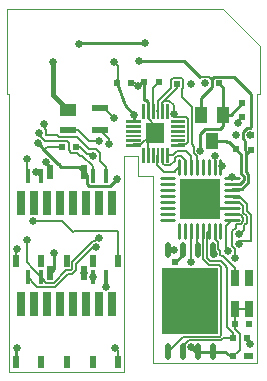
<source format=gtl>
G04 EAGLE Gerber RS-274X export*
G75*
%MOMM*%
%FSLAX34Y34*%
%LPD*%
%AMOC8*
5,1,8,0,0,1.08239X$1,22.5*%
G01*
%ADD10C,0.030000*%
%ADD11C,0.250000*%
%ADD12R,3.400000X3.400000*%
%ADD13R,0.600000X0.500000*%
%ADD14R,0.500000X0.600000*%
%ADD15C,0.500000*%
%ADD16R,4.800000X5.600000*%
%ADD17R,0.800000X1.400000*%
%ADD18C,0.050000*%
%ADD19R,1.590000X1.750000*%
%ADD20C,0.048000*%
%ADD21R,1.400000X1.000000*%
%ADD22R,1.400000X0.600000*%
%ADD23R,0.550000X1.100000*%
%ADD24R,0.450000X1.200000*%
%ADD25R,0.500000X1.200000*%
%ADD26R,0.500000X1.100000*%
%ADD27R,0.800000X2.000000*%
%ADD28R,1.000000X1.400000*%
%ADD29C,0.609600*%
%ADD30C,0.254000*%
%ADD31C,0.654800*%
%ADD32C,0.203200*%
%ADD33C,0.406400*%
%ADD34C,0.304800*%
%ADD35C,0.152400*%
%ADD36C,0.254000*%
%ADD37C,0.152400*%
%ADD38C,0.200000*%


D10*
X500Y-3000D02*
X500Y232500D01*
X-2000Y232500D01*
X-2000Y304000D01*
X181200Y304000D01*
X213000Y272700D01*
X213000Y232500D01*
X210000Y232500D01*
X210000Y4000D01*
X122000Y4000D01*
X122000Y163000D01*
X109000Y163000D01*
X109000Y180000D01*
X97500Y180000D01*
X97500Y-3000D01*
X500Y-3000D01*
D11*
X183150Y125750D02*
X194650Y125750D01*
D12*
X161650Y143250D03*
D11*
X183150Y130750D02*
X194650Y130750D01*
X194650Y135750D02*
X183150Y135750D01*
X183150Y140750D02*
X194650Y140750D01*
X194650Y145750D02*
X183150Y145750D01*
X183150Y150750D02*
X194650Y150750D01*
X194650Y155750D02*
X183150Y155750D01*
X183150Y160750D02*
X194650Y160750D01*
X179150Y164750D02*
X179150Y176250D01*
X174150Y176250D02*
X174150Y164750D01*
X169150Y164750D02*
X169150Y176250D01*
X164150Y176250D02*
X164150Y164750D01*
X159150Y164750D02*
X159150Y176250D01*
X154150Y176250D02*
X154150Y164750D01*
X149150Y164750D02*
X149150Y176250D01*
X144150Y176250D02*
X144150Y164750D01*
X140150Y160750D02*
X128650Y160750D01*
X128650Y155750D02*
X140150Y155750D01*
X140150Y150750D02*
X128650Y150750D01*
X128650Y145750D02*
X140150Y145750D01*
X140150Y140750D02*
X128650Y140750D01*
X128650Y135750D02*
X140150Y135750D01*
X140150Y130750D02*
X128650Y130750D01*
X128650Y125750D02*
X140150Y125750D01*
X144150Y121750D02*
X144150Y110250D01*
X149150Y110250D02*
X149150Y121750D01*
X154150Y121750D02*
X154150Y110250D01*
X159150Y110250D02*
X159150Y121750D01*
X164150Y121750D02*
X164150Y110250D01*
X169150Y110250D02*
X169150Y121750D01*
X174150Y121750D02*
X174150Y110250D01*
X179150Y110250D02*
X179150Y121750D01*
D13*
X154500Y240950D03*
X142500Y240950D03*
X114700Y241950D03*
X126700Y241950D03*
X103450Y241550D03*
X91450Y241550D03*
D14*
X204650Y197036D03*
X204650Y185036D03*
D15*
X172550Y104550D02*
X172550Y95550D01*
D16*
X153500Y57050D03*
D15*
X159850Y95550D02*
X159850Y104550D01*
X147150Y104550D02*
X147150Y95550D01*
X134450Y95550D02*
X134450Y104550D01*
X134450Y18550D02*
X134450Y9550D01*
X147150Y9550D02*
X147150Y18550D01*
X159850Y18550D02*
X159850Y9550D01*
X172550Y9550D02*
X172550Y18550D01*
D13*
X201550Y10000D03*
X189550Y10000D03*
D17*
X203250Y50000D03*
X203250Y76000D03*
X191250Y76000D03*
X191250Y50000D03*
D13*
X203115Y37092D03*
X191115Y37092D03*
D18*
X148550Y189850D02*
X136850Y189850D01*
X148550Y189850D02*
X148550Y188350D01*
X136850Y188350D01*
X136850Y189850D01*
X136850Y188825D02*
X148550Y188825D01*
X148550Y189300D02*
X136850Y189300D01*
X136850Y189775D02*
X148550Y189775D01*
D19*
X123800Y199100D03*
D18*
X136850Y193850D02*
X148550Y193850D01*
X148550Y192350D01*
X136850Y192350D01*
X136850Y193850D01*
X136850Y192825D02*
X148550Y192825D01*
X148550Y193300D02*
X136850Y193300D01*
X136850Y193775D02*
X148550Y193775D01*
X148550Y197850D02*
X136850Y197850D01*
X148550Y197850D02*
X148550Y196350D01*
X136850Y196350D01*
X136850Y197850D01*
X136850Y196825D02*
X148550Y196825D01*
X148550Y197300D02*
X136850Y197300D01*
X136850Y197775D02*
X148550Y197775D01*
X148550Y201850D02*
X136850Y201850D01*
X148550Y201850D02*
X148550Y200350D01*
X136850Y200350D01*
X136850Y201850D01*
X136850Y200825D02*
X148550Y200825D01*
X148550Y201300D02*
X136850Y201300D01*
X136850Y201775D02*
X148550Y201775D01*
X148550Y205850D02*
X136850Y205850D01*
X148550Y205850D02*
X148550Y204350D01*
X136850Y204350D01*
X136850Y205850D01*
X136850Y204825D02*
X148550Y204825D01*
X148550Y205300D02*
X136850Y205300D01*
X136850Y205775D02*
X148550Y205775D01*
X148550Y209850D02*
X136850Y209850D01*
X148550Y209850D02*
X148550Y208350D01*
X136850Y208350D01*
X136850Y209850D01*
X136850Y208825D02*
X148550Y208825D01*
X148550Y209300D02*
X136850Y209300D01*
X136850Y209775D02*
X148550Y209775D01*
X133050Y212150D02*
X133050Y223850D01*
X134550Y223850D01*
X134550Y212150D01*
X133050Y212150D01*
X133050Y212625D02*
X134550Y212625D01*
X134550Y213100D02*
X133050Y213100D01*
X133050Y213575D02*
X134550Y213575D01*
X134550Y214050D02*
X133050Y214050D01*
X133050Y214525D02*
X134550Y214525D01*
X134550Y215000D02*
X133050Y215000D01*
X133050Y215475D02*
X134550Y215475D01*
X134550Y215950D02*
X133050Y215950D01*
X133050Y216425D02*
X134550Y216425D01*
X134550Y216900D02*
X133050Y216900D01*
X133050Y217375D02*
X134550Y217375D01*
X134550Y217850D02*
X133050Y217850D01*
X133050Y218325D02*
X134550Y218325D01*
X134550Y218800D02*
X133050Y218800D01*
X133050Y219275D02*
X134550Y219275D01*
X134550Y219750D02*
X133050Y219750D01*
X133050Y220225D02*
X134550Y220225D01*
X134550Y220700D02*
X133050Y220700D01*
X133050Y221175D02*
X134550Y221175D01*
X134550Y221650D02*
X133050Y221650D01*
X133050Y222125D02*
X134550Y222125D01*
X134550Y222600D02*
X133050Y222600D01*
X133050Y223075D02*
X134550Y223075D01*
X134550Y223550D02*
X133050Y223550D01*
X129050Y223850D02*
X129050Y212150D01*
X129050Y223850D02*
X130550Y223850D01*
X130550Y212150D01*
X129050Y212150D01*
X129050Y212625D02*
X130550Y212625D01*
X130550Y213100D02*
X129050Y213100D01*
X129050Y213575D02*
X130550Y213575D01*
X130550Y214050D02*
X129050Y214050D01*
X129050Y214525D02*
X130550Y214525D01*
X130550Y215000D02*
X129050Y215000D01*
X129050Y215475D02*
X130550Y215475D01*
X130550Y215950D02*
X129050Y215950D01*
X129050Y216425D02*
X130550Y216425D01*
X130550Y216900D02*
X129050Y216900D01*
X129050Y217375D02*
X130550Y217375D01*
X130550Y217850D02*
X129050Y217850D01*
X129050Y218325D02*
X130550Y218325D01*
X130550Y218800D02*
X129050Y218800D01*
X129050Y219275D02*
X130550Y219275D01*
X130550Y219750D02*
X129050Y219750D01*
X129050Y220225D02*
X130550Y220225D01*
X130550Y220700D02*
X129050Y220700D01*
X129050Y221175D02*
X130550Y221175D01*
X130550Y221650D02*
X129050Y221650D01*
X129050Y222125D02*
X130550Y222125D01*
X130550Y222600D02*
X129050Y222600D01*
X129050Y223075D02*
X130550Y223075D01*
X130550Y223550D02*
X129050Y223550D01*
X125050Y223850D02*
X125050Y212150D01*
X125050Y223850D02*
X126550Y223850D01*
X126550Y212150D01*
X125050Y212150D01*
X125050Y212625D02*
X126550Y212625D01*
X126550Y213100D02*
X125050Y213100D01*
X125050Y213575D02*
X126550Y213575D01*
X126550Y214050D02*
X125050Y214050D01*
X125050Y214525D02*
X126550Y214525D01*
X126550Y215000D02*
X125050Y215000D01*
X125050Y215475D02*
X126550Y215475D01*
X126550Y215950D02*
X125050Y215950D01*
X125050Y216425D02*
X126550Y216425D01*
X126550Y216900D02*
X125050Y216900D01*
X125050Y217375D02*
X126550Y217375D01*
X126550Y217850D02*
X125050Y217850D01*
X125050Y218325D02*
X126550Y218325D01*
X126550Y218800D02*
X125050Y218800D01*
X125050Y219275D02*
X126550Y219275D01*
X126550Y219750D02*
X125050Y219750D01*
X125050Y220225D02*
X126550Y220225D01*
X126550Y220700D02*
X125050Y220700D01*
X125050Y221175D02*
X126550Y221175D01*
X126550Y221650D02*
X125050Y221650D01*
X125050Y222125D02*
X126550Y222125D01*
X126550Y222600D02*
X125050Y222600D01*
X125050Y223075D02*
X126550Y223075D01*
X126550Y223550D02*
X125050Y223550D01*
X121050Y223850D02*
X121050Y212150D01*
X121050Y223850D02*
X122550Y223850D01*
X122550Y212150D01*
X121050Y212150D01*
X121050Y212625D02*
X122550Y212625D01*
X122550Y213100D02*
X121050Y213100D01*
X121050Y213575D02*
X122550Y213575D01*
X122550Y214050D02*
X121050Y214050D01*
X121050Y214525D02*
X122550Y214525D01*
X122550Y215000D02*
X121050Y215000D01*
X121050Y215475D02*
X122550Y215475D01*
X122550Y215950D02*
X121050Y215950D01*
X121050Y216425D02*
X122550Y216425D01*
X122550Y216900D02*
X121050Y216900D01*
X121050Y217375D02*
X122550Y217375D01*
X122550Y217850D02*
X121050Y217850D01*
X121050Y218325D02*
X122550Y218325D01*
X122550Y218800D02*
X121050Y218800D01*
X121050Y219275D02*
X122550Y219275D01*
X122550Y219750D02*
X121050Y219750D01*
X121050Y220225D02*
X122550Y220225D01*
X122550Y220700D02*
X121050Y220700D01*
X121050Y221175D02*
X122550Y221175D01*
X122550Y221650D02*
X121050Y221650D01*
X121050Y222125D02*
X122550Y222125D01*
X122550Y222600D02*
X121050Y222600D01*
X121050Y223075D02*
X122550Y223075D01*
X122550Y223550D02*
X121050Y223550D01*
X117050Y223850D02*
X117050Y212150D01*
X117050Y223850D02*
X118550Y223850D01*
X118550Y212150D01*
X117050Y212150D01*
X117050Y212625D02*
X118550Y212625D01*
X118550Y213100D02*
X117050Y213100D01*
X117050Y213575D02*
X118550Y213575D01*
X118550Y214050D02*
X117050Y214050D01*
X117050Y214525D02*
X118550Y214525D01*
X118550Y215000D02*
X117050Y215000D01*
X117050Y215475D02*
X118550Y215475D01*
X118550Y215950D02*
X117050Y215950D01*
X117050Y216425D02*
X118550Y216425D01*
X118550Y216900D02*
X117050Y216900D01*
X117050Y217375D02*
X118550Y217375D01*
X118550Y217850D02*
X117050Y217850D01*
X117050Y218325D02*
X118550Y218325D01*
X118550Y218800D02*
X117050Y218800D01*
X117050Y219275D02*
X118550Y219275D01*
X118550Y219750D02*
X117050Y219750D01*
X117050Y220225D02*
X118550Y220225D01*
X118550Y220700D02*
X117050Y220700D01*
X117050Y221175D02*
X118550Y221175D01*
X118550Y221650D02*
X117050Y221650D01*
X117050Y222125D02*
X118550Y222125D01*
X118550Y222600D02*
X117050Y222600D01*
X117050Y223075D02*
X118550Y223075D01*
X118550Y223550D02*
X117050Y223550D01*
X113050Y223850D02*
X113050Y212150D01*
X113050Y223850D02*
X114550Y223850D01*
X114550Y212150D01*
X113050Y212150D01*
X113050Y212625D02*
X114550Y212625D01*
X114550Y213100D02*
X113050Y213100D01*
X113050Y213575D02*
X114550Y213575D01*
X114550Y214050D02*
X113050Y214050D01*
X113050Y214525D02*
X114550Y214525D01*
X114550Y215000D02*
X113050Y215000D01*
X113050Y215475D02*
X114550Y215475D01*
X114550Y215950D02*
X113050Y215950D01*
X113050Y216425D02*
X114550Y216425D01*
X114550Y216900D02*
X113050Y216900D01*
X113050Y217375D02*
X114550Y217375D01*
X114550Y217850D02*
X113050Y217850D01*
X113050Y218325D02*
X114550Y218325D01*
X114550Y218800D02*
X113050Y218800D01*
X113050Y219275D02*
X114550Y219275D01*
X114550Y219750D02*
X113050Y219750D01*
X113050Y220225D02*
X114550Y220225D01*
X114550Y220700D02*
X113050Y220700D01*
X113050Y221175D02*
X114550Y221175D01*
X114550Y221650D02*
X113050Y221650D01*
X113050Y222125D02*
X114550Y222125D01*
X114550Y222600D02*
X113050Y222600D01*
X113050Y223075D02*
X114550Y223075D01*
X114550Y223550D02*
X113050Y223550D01*
X110750Y208350D02*
X99050Y208350D01*
X99050Y209850D01*
X110750Y209850D01*
X110750Y208350D01*
X110750Y208825D02*
X99050Y208825D01*
X99050Y209300D02*
X110750Y209300D01*
X110750Y209775D02*
X99050Y209775D01*
X99050Y204350D02*
X110750Y204350D01*
X99050Y204350D02*
X99050Y205850D01*
X110750Y205850D01*
X110750Y204350D01*
X110750Y204825D02*
X99050Y204825D01*
X99050Y205300D02*
X110750Y205300D01*
X110750Y205775D02*
X99050Y205775D01*
X99050Y200350D02*
X110750Y200350D01*
X99050Y200350D02*
X99050Y201850D01*
X110750Y201850D01*
X110750Y200350D01*
X110750Y200825D02*
X99050Y200825D01*
X99050Y201300D02*
X110750Y201300D01*
X110750Y201775D02*
X99050Y201775D01*
X99050Y196350D02*
X110750Y196350D01*
X99050Y196350D02*
X99050Y197850D01*
X110750Y197850D01*
X110750Y196350D01*
X110750Y196825D02*
X99050Y196825D01*
X99050Y197300D02*
X110750Y197300D01*
X110750Y197775D02*
X99050Y197775D01*
X99050Y192350D02*
X110750Y192350D01*
X99050Y192350D02*
X99050Y193850D01*
X110750Y193850D01*
X110750Y192350D01*
X110750Y192825D02*
X99050Y192825D01*
X99050Y193300D02*
X110750Y193300D01*
X110750Y193775D02*
X99050Y193775D01*
X99050Y188350D02*
X110750Y188350D01*
X99050Y188350D02*
X99050Y189850D01*
X110750Y189850D01*
X110750Y188350D01*
X110750Y188825D02*
X99050Y188825D01*
X99050Y189300D02*
X110750Y189300D01*
X110750Y189775D02*
X99050Y189775D01*
X114550Y186050D02*
X114550Y174350D01*
X113050Y174350D01*
X113050Y186050D01*
X114550Y186050D01*
X114550Y174825D02*
X113050Y174825D01*
X113050Y175300D02*
X114550Y175300D01*
X114550Y175775D02*
X113050Y175775D01*
X113050Y176250D02*
X114550Y176250D01*
X114550Y176725D02*
X113050Y176725D01*
X113050Y177200D02*
X114550Y177200D01*
X114550Y177675D02*
X113050Y177675D01*
X113050Y178150D02*
X114550Y178150D01*
X114550Y178625D02*
X113050Y178625D01*
X113050Y179100D02*
X114550Y179100D01*
X114550Y179575D02*
X113050Y179575D01*
X113050Y180050D02*
X114550Y180050D01*
X114550Y180525D02*
X113050Y180525D01*
X113050Y181000D02*
X114550Y181000D01*
X114550Y181475D02*
X113050Y181475D01*
X113050Y181950D02*
X114550Y181950D01*
X114550Y182425D02*
X113050Y182425D01*
X113050Y182900D02*
X114550Y182900D01*
X114550Y183375D02*
X113050Y183375D01*
X113050Y183850D02*
X114550Y183850D01*
X114550Y184325D02*
X113050Y184325D01*
X113050Y184800D02*
X114550Y184800D01*
X114550Y185275D02*
X113050Y185275D01*
X113050Y185750D02*
X114550Y185750D01*
X118550Y186050D02*
X118550Y174350D01*
X117050Y174350D01*
X117050Y186050D01*
X118550Y186050D01*
X118550Y174825D02*
X117050Y174825D01*
X117050Y175300D02*
X118550Y175300D01*
X118550Y175775D02*
X117050Y175775D01*
X117050Y176250D02*
X118550Y176250D01*
X118550Y176725D02*
X117050Y176725D01*
X117050Y177200D02*
X118550Y177200D01*
X118550Y177675D02*
X117050Y177675D01*
X117050Y178150D02*
X118550Y178150D01*
X118550Y178625D02*
X117050Y178625D01*
X117050Y179100D02*
X118550Y179100D01*
X118550Y179575D02*
X117050Y179575D01*
X117050Y180050D02*
X118550Y180050D01*
X118550Y180525D02*
X117050Y180525D01*
X117050Y181000D02*
X118550Y181000D01*
X118550Y181475D02*
X117050Y181475D01*
X117050Y181950D02*
X118550Y181950D01*
X118550Y182425D02*
X117050Y182425D01*
X117050Y182900D02*
X118550Y182900D01*
X118550Y183375D02*
X117050Y183375D01*
X117050Y183850D02*
X118550Y183850D01*
X118550Y184325D02*
X117050Y184325D01*
X117050Y184800D02*
X118550Y184800D01*
X118550Y185275D02*
X117050Y185275D01*
X117050Y185750D02*
X118550Y185750D01*
X122550Y186050D02*
X122550Y174350D01*
X121050Y174350D01*
X121050Y186050D01*
X122550Y186050D01*
X122550Y174825D02*
X121050Y174825D01*
X121050Y175300D02*
X122550Y175300D01*
X122550Y175775D02*
X121050Y175775D01*
X121050Y176250D02*
X122550Y176250D01*
X122550Y176725D02*
X121050Y176725D01*
X121050Y177200D02*
X122550Y177200D01*
X122550Y177675D02*
X121050Y177675D01*
X121050Y178150D02*
X122550Y178150D01*
X122550Y178625D02*
X121050Y178625D01*
X121050Y179100D02*
X122550Y179100D01*
X122550Y179575D02*
X121050Y179575D01*
X121050Y180050D02*
X122550Y180050D01*
X122550Y180525D02*
X121050Y180525D01*
X121050Y181000D02*
X122550Y181000D01*
X122550Y181475D02*
X121050Y181475D01*
X121050Y181950D02*
X122550Y181950D01*
X122550Y182425D02*
X121050Y182425D01*
X121050Y182900D02*
X122550Y182900D01*
X122550Y183375D02*
X121050Y183375D01*
X121050Y183850D02*
X122550Y183850D01*
X122550Y184325D02*
X121050Y184325D01*
X121050Y184800D02*
X122550Y184800D01*
X122550Y185275D02*
X121050Y185275D01*
X121050Y185750D02*
X122550Y185750D01*
X126550Y186050D02*
X126550Y174350D01*
X125050Y174350D01*
X125050Y186050D01*
X126550Y186050D01*
X126550Y174825D02*
X125050Y174825D01*
X125050Y175300D02*
X126550Y175300D01*
X126550Y175775D02*
X125050Y175775D01*
X125050Y176250D02*
X126550Y176250D01*
X126550Y176725D02*
X125050Y176725D01*
X125050Y177200D02*
X126550Y177200D01*
X126550Y177675D02*
X125050Y177675D01*
X125050Y178150D02*
X126550Y178150D01*
X126550Y178625D02*
X125050Y178625D01*
X125050Y179100D02*
X126550Y179100D01*
X126550Y179575D02*
X125050Y179575D01*
X125050Y180050D02*
X126550Y180050D01*
X126550Y180525D02*
X125050Y180525D01*
X125050Y181000D02*
X126550Y181000D01*
X126550Y181475D02*
X125050Y181475D01*
X125050Y181950D02*
X126550Y181950D01*
X126550Y182425D02*
X125050Y182425D01*
X125050Y182900D02*
X126550Y182900D01*
X126550Y183375D02*
X125050Y183375D01*
X125050Y183850D02*
X126550Y183850D01*
X126550Y184325D02*
X125050Y184325D01*
X125050Y184800D02*
X126550Y184800D01*
X126550Y185275D02*
X125050Y185275D01*
X125050Y185750D02*
X126550Y185750D01*
X130550Y186050D02*
X130550Y174350D01*
X129050Y174350D01*
X129050Y186050D01*
X130550Y186050D01*
X130550Y174825D02*
X129050Y174825D01*
X129050Y175300D02*
X130550Y175300D01*
X130550Y175775D02*
X129050Y175775D01*
X129050Y176250D02*
X130550Y176250D01*
X130550Y176725D02*
X129050Y176725D01*
X129050Y177200D02*
X130550Y177200D01*
X130550Y177675D02*
X129050Y177675D01*
X129050Y178150D02*
X130550Y178150D01*
X130550Y178625D02*
X129050Y178625D01*
X129050Y179100D02*
X130550Y179100D01*
X130550Y179575D02*
X129050Y179575D01*
X129050Y180050D02*
X130550Y180050D01*
X130550Y180525D02*
X129050Y180525D01*
X129050Y181000D02*
X130550Y181000D01*
X130550Y181475D02*
X129050Y181475D01*
X129050Y181950D02*
X130550Y181950D01*
X130550Y182425D02*
X129050Y182425D01*
X129050Y182900D02*
X130550Y182900D01*
X130550Y183375D02*
X129050Y183375D01*
X129050Y183850D02*
X130550Y183850D01*
X130550Y184325D02*
X129050Y184325D01*
X129050Y184800D02*
X130550Y184800D01*
X130550Y185275D02*
X129050Y185275D01*
X129050Y185750D02*
X130550Y185750D01*
D20*
X134560Y186060D02*
X134560Y174340D01*
X133040Y174340D01*
X133040Y186060D01*
X134560Y186060D01*
X134560Y174796D02*
X133040Y174796D01*
X133040Y175252D02*
X134560Y175252D01*
X134560Y175708D02*
X133040Y175708D01*
X133040Y176164D02*
X134560Y176164D01*
X134560Y176620D02*
X133040Y176620D01*
X133040Y177076D02*
X134560Y177076D01*
X134560Y177532D02*
X133040Y177532D01*
X133040Y177988D02*
X134560Y177988D01*
X134560Y178444D02*
X133040Y178444D01*
X133040Y178900D02*
X134560Y178900D01*
X134560Y179356D02*
X133040Y179356D01*
X133040Y179812D02*
X134560Y179812D01*
X134560Y180268D02*
X133040Y180268D01*
X133040Y180724D02*
X134560Y180724D01*
X134560Y181180D02*
X133040Y181180D01*
X133040Y181636D02*
X134560Y181636D01*
X134560Y182092D02*
X133040Y182092D01*
X133040Y182548D02*
X134560Y182548D01*
X134560Y183004D02*
X133040Y183004D01*
X133040Y183460D02*
X134560Y183460D01*
X134560Y183916D02*
X133040Y183916D01*
X133040Y184372D02*
X134560Y184372D01*
X134560Y184828D02*
X133040Y184828D01*
X133040Y185284D02*
X134560Y185284D01*
X134560Y185740D02*
X133040Y185740D01*
D13*
X201700Y25450D03*
X189700Y25450D03*
D21*
X50250Y218450D03*
D22*
X50250Y201450D03*
X77250Y201450D03*
X77250Y220450D03*
D13*
X56950Y187350D03*
X44950Y187350D03*
D23*
X92000Y90700D03*
D24*
X82000Y162700D03*
X71000Y162700D03*
D25*
X63500Y166300D03*
X34500Y166300D03*
D24*
X27000Y162700D03*
X16000Y162700D03*
D23*
X6000Y90700D03*
D26*
X27200Y90700D03*
X49000Y90700D03*
X70800Y90700D03*
D27*
X43500Y140000D03*
X32500Y140000D03*
X21500Y140000D03*
X10500Y140000D03*
X54500Y140000D03*
X65500Y140000D03*
X76500Y140000D03*
X87500Y140000D03*
D13*
X165650Y241050D03*
X177650Y241050D03*
D28*
X172100Y192650D03*
X162600Y214650D03*
X181600Y214650D03*
D14*
X197450Y212400D03*
X197450Y224400D03*
X192350Y197200D03*
X192350Y185200D03*
D23*
X92000Y5200D03*
D24*
X82000Y77200D03*
X71000Y77200D03*
D25*
X63500Y80800D03*
X34500Y80800D03*
D24*
X27000Y77200D03*
X16000Y77200D03*
D23*
X6000Y5200D03*
D26*
X27200Y5200D03*
X49000Y5200D03*
X70800Y5200D03*
D27*
X43500Y54500D03*
X32500Y54500D03*
X21500Y54500D03*
X10500Y54500D03*
X54500Y54500D03*
X65500Y54500D03*
X76500Y54500D03*
X87500Y54500D03*
D29*
X204100Y10350D03*
X160950Y57100D03*
X203115Y37092D03*
X203800Y75800D03*
D30*
X114700Y226894D02*
X114700Y241950D01*
X117594Y218206D02*
X117800Y218000D01*
X117594Y218206D02*
X117594Y225111D01*
X115811Y226894D01*
X114700Y226894D01*
X175600Y135750D02*
X188900Y135750D01*
D31*
X6464Y17150D03*
D30*
X6000Y16686D01*
X6000Y5200D01*
X27000Y162700D02*
X23450Y166250D01*
X23048Y166250D01*
D31*
X23048Y166250D03*
X114950Y274950D03*
D30*
X60100Y274950D01*
X59750Y274600D01*
D31*
X59750Y274600D03*
D30*
X201550Y10000D02*
X203556Y9935D01*
X201700Y22936D02*
X201700Y25450D01*
X201700Y22936D02*
X203986Y20650D01*
D31*
X203986Y20650D03*
D30*
X139702Y100050D02*
X134450Y100050D01*
X139702Y100050D02*
X139852Y99900D01*
D31*
X139852Y99900D03*
D30*
X153550Y57100D02*
X153500Y57050D01*
X153550Y57100D02*
X160950Y57100D01*
X175600Y135750D02*
X168100Y143250D01*
D31*
X175600Y135750D03*
D32*
X117800Y180200D02*
X117800Y193100D01*
X122350Y197650D01*
X123800Y199100D01*
X105360Y189560D02*
X104900Y189100D01*
X105360Y189560D02*
X111906Y189560D01*
X119996Y197650D02*
X122350Y197650D01*
X119996Y197650D02*
X111906Y189560D01*
X109736Y239186D02*
X112500Y241950D01*
X109736Y239186D02*
X108900Y239186D01*
D31*
X108900Y239186D03*
D32*
X106536Y241550D02*
X103450Y241550D01*
X106536Y241550D02*
X108900Y239186D01*
X112500Y241950D02*
X114700Y241950D01*
X117800Y218000D02*
X118244Y217556D01*
X123800Y205454D02*
X123800Y199100D01*
X118244Y211010D02*
X118244Y217556D01*
X118244Y211010D02*
X123800Y205454D01*
D31*
X154500Y240950D03*
X204036Y197036D03*
X165650Y241050D03*
X37500Y259300D03*
D33*
X37500Y231200D01*
D30*
X204036Y197036D02*
X204650Y197036D01*
D34*
X168100Y143250D02*
X161650Y143250D01*
D30*
X203250Y76000D02*
X203600Y76000D01*
X203800Y75800D01*
X203750Y10000D02*
X201550Y10000D01*
X203750Y10000D02*
X204100Y10350D01*
D33*
X50250Y218450D02*
X37500Y231200D01*
D31*
X50250Y218450D03*
D32*
X191900Y197200D02*
X192350Y197200D01*
D31*
X191900Y197200D03*
D35*
X179548Y170500D02*
X179150Y170500D01*
X179548Y170500D02*
X180198Y171150D01*
D31*
X180198Y171150D03*
X89800Y17050D03*
D35*
X92000Y14850D01*
X92000Y5200D01*
D31*
X71050Y179800D03*
D35*
X59980Y187350D02*
X56950Y187350D01*
X59980Y187350D02*
X66146Y181184D01*
X69666Y181184D02*
X71050Y179800D01*
X69666Y181184D02*
X66146Y181184D01*
D30*
X159850Y14050D02*
X164950Y14050D01*
X172550Y14050D01*
X182900Y14050D02*
X188900Y9350D01*
X182900Y14050D02*
X172550Y14050D01*
D29*
X140700Y89650D03*
D32*
X147150Y100050D02*
X147698Y100598D01*
D30*
X106250Y210450D02*
X106250Y214600D01*
X98157Y222693D02*
X91450Y241550D01*
X106250Y210450D02*
X104900Y209100D01*
D31*
X24750Y190350D03*
D30*
X42900Y172200D02*
X42900Y170478D01*
X27893Y187207D02*
X24750Y190350D01*
X27893Y187207D02*
X27893Y186690D01*
X29791Y184791D01*
X41949Y172634D01*
X42466Y172634D01*
X42900Y172200D01*
X191115Y37092D02*
X191250Y37092D01*
X164950Y14050D02*
X158550Y14050D01*
X154450Y18150D01*
D31*
X154450Y18150D03*
D32*
X191115Y33127D02*
X191115Y37092D01*
X191115Y33127D02*
X195240Y29002D01*
X195240Y15690D01*
X188900Y9350D01*
D30*
X147006Y99906D02*
X147150Y100050D01*
X147150Y96100D01*
X140700Y89650D01*
X67593Y153906D02*
X65956Y155543D01*
X90001Y158500D02*
X92600Y158500D01*
X90001Y158500D02*
X85407Y153906D01*
X67593Y153906D01*
X92600Y158500D02*
X92600Y159530D01*
X91536Y160594D01*
D31*
X91536Y160594D03*
D32*
X195240Y15690D02*
X189550Y10000D01*
D30*
X202758Y157392D02*
X202758Y164108D01*
X200933Y165933D01*
X200800Y166066D01*
X200800Y170947D01*
X204850Y204587D02*
X204850Y225000D01*
X204850Y232050D01*
X106250Y214600D02*
X98157Y222693D01*
D32*
X129800Y225000D02*
X129800Y218000D01*
X91450Y241550D02*
X91450Y243850D01*
X92600Y245000D02*
X92600Y255568D01*
X88598Y259570D01*
D31*
X88598Y259570D03*
D32*
X151340Y191194D02*
X149706Y189560D01*
X151340Y211006D02*
X149706Y212640D01*
X143160Y189560D02*
X142700Y189100D01*
X143160Y189560D02*
X149706Y189560D01*
X151340Y191194D02*
X151340Y211006D01*
X129800Y222540D02*
X129800Y225000D01*
X141856Y212640D02*
X149706Y212640D01*
X141856Y212640D02*
X139598Y214898D01*
D31*
X139598Y214898D03*
X106250Y214600D03*
D32*
X131894Y226640D02*
X135706Y226640D01*
X130254Y225000D02*
X129800Y225000D01*
X130254Y225000D02*
X131894Y226640D01*
X135706Y226640D02*
X139598Y222748D01*
X139598Y220000D01*
X139598Y214898D01*
X130254Y225000D02*
X142500Y237246D01*
X92600Y245000D02*
X91450Y243850D01*
X142500Y240950D02*
X142500Y237246D01*
D30*
X204850Y204587D02*
X204850Y204020D01*
X199356Y192879D02*
X199800Y192435D01*
X199800Y185000D01*
X199356Y192879D02*
X199356Y193135D01*
X197968Y194523D01*
X203934Y203104D02*
X204850Y204020D01*
X197968Y199805D02*
X197968Y194523D01*
X197968Y199805D02*
X201267Y203104D01*
X203934Y203104D01*
X204650Y185036D02*
X204614Y185000D01*
X200933Y180000D02*
X200933Y165933D01*
X200933Y180000D02*
X200933Y181319D01*
X162600Y214650D02*
X162600Y228549D01*
X171718Y237667D02*
X171718Y244433D01*
X171718Y237667D02*
X162600Y228549D01*
D32*
X162897Y246519D02*
X163242Y246864D01*
X162897Y246519D02*
X161519Y246519D01*
X170576Y245576D02*
X171718Y244433D01*
X170576Y245576D02*
X169287Y246864D01*
X163242Y246864D01*
X44950Y187350D02*
X32350Y187350D01*
D31*
X110002Y259700D03*
D30*
X148338Y259700D01*
X161519Y246519D01*
X170576Y245576D02*
X172724Y245576D01*
X173493Y246344D01*
X190556Y246344D01*
X204850Y232050D01*
D32*
X191115Y49865D02*
X191115Y37092D01*
X191115Y49865D02*
X191250Y50000D01*
X203250Y50000D01*
D30*
X188900Y150750D02*
X189816Y151666D01*
X197032Y151666D01*
X202758Y157392D01*
X59322Y170478D02*
X42900Y170478D01*
X59322Y170478D02*
X63500Y166300D01*
X65956Y163844D02*
X65956Y155543D01*
X65956Y163844D02*
X63500Y166300D01*
D32*
X32350Y187350D02*
X29791Y184791D01*
D36*
X200933Y180000D03*
D30*
X200933Y181319D01*
X204650Y185036D01*
X200933Y183867D02*
X200933Y180000D01*
X200933Y183867D02*
X199800Y185000D01*
D35*
X174150Y179803D02*
X174150Y170500D01*
D31*
X174150Y179803D03*
X82248Y69150D03*
D35*
X82248Y76952D01*
X82000Y77200D01*
D32*
X121800Y218000D02*
X121800Y237050D01*
X126700Y241950D01*
D35*
X125800Y180200D02*
X125800Y171850D01*
X131500Y166150D01*
X140000Y166150D01*
X140850Y166150D01*
D37*
X140000Y166150D03*
D35*
X140850Y167200D02*
X144150Y170500D01*
X140850Y167200D02*
X140850Y166150D01*
X125800Y218000D02*
X126498Y218698D01*
X126498Y226368D01*
X146441Y229391D02*
X154642Y221191D01*
X137214Y244397D02*
X138553Y245736D01*
X137214Y244397D02*
X137214Y237084D01*
X146447Y245736D02*
X147786Y244397D01*
X147786Y237503D01*
X146441Y236159D02*
X146441Y229391D01*
X146441Y236159D02*
X147786Y237503D01*
X146447Y245736D02*
X138553Y245736D01*
X137214Y237084D02*
X126498Y226368D01*
X154642Y189508D02*
X156675Y187475D01*
X154642Y189508D02*
X154642Y221191D01*
X159150Y179387D02*
X159150Y170500D01*
X159150Y179387D02*
X156590Y181947D01*
X156590Y186553D01*
X156675Y186638D01*
X156675Y187475D01*
X142539Y183950D02*
X138944Y180355D01*
X154150Y180076D02*
X154150Y170500D01*
X150276Y183950D02*
X142539Y183950D01*
X150276Y183950D02*
X154150Y180076D01*
X138944Y180355D02*
X133955Y180355D01*
X133800Y180200D01*
X144864Y179786D02*
X145615Y179786D01*
X149150Y176251D02*
X149150Y170500D01*
X149150Y176251D02*
X145615Y179786D01*
X144864Y179786D02*
X142685Y179786D01*
X140614Y177715D01*
X140614Y175614D01*
X130514Y179486D02*
X129800Y180200D01*
X130514Y179486D02*
X130514Y173294D01*
X131994Y171814D01*
X135000Y171814D01*
X136814Y171814D01*
X140614Y175614D01*
X191250Y85000D02*
X191250Y76000D01*
X191250Y85000D02*
X181250Y95000D01*
X180000Y95000D01*
X178910Y96090D01*
X178910Y99203D01*
X177336Y100777D01*
X177336Y106532D01*
X174150Y109718D02*
X174150Y116000D01*
X174150Y109718D02*
X177336Y106532D01*
X173350Y99250D02*
X173350Y96900D01*
D31*
X173350Y96900D03*
X154440Y90260D03*
D35*
X154150Y112650D02*
X154150Y116000D01*
X154440Y112360D02*
X154440Y90260D01*
X154440Y112360D02*
X154150Y112650D01*
X172550Y100050D02*
X173350Y99250D01*
X179709Y23716D02*
X156816Y23716D01*
X179709Y23716D02*
X181443Y25450D01*
X189700Y25450D01*
X156816Y23716D02*
X156810Y23710D01*
X152147Y23710D01*
X189700Y25450D02*
X189700Y29774D01*
X184814Y34660D01*
X184814Y82650D01*
X184814Y85000D01*
X184814Y82650D01*
X184814Y85000D02*
X182834Y86980D01*
X182834Y87259D01*
X167686Y114536D02*
X169150Y116000D01*
X167686Y93646D02*
X170568Y90764D01*
X167686Y93646D02*
X167686Y114536D01*
X179329Y90764D02*
X182834Y87259D01*
X179329Y90764D02*
X170568Y90764D01*
X152147Y23710D02*
X148890Y20453D01*
X148890Y15790D02*
X147150Y14050D01*
X148890Y15790D02*
X148890Y20453D01*
X159150Y100750D02*
X159150Y116000D01*
X159150Y100750D02*
X159850Y100050D01*
X147164Y26764D02*
X134450Y14050D01*
X147164Y26764D02*
X178447Y26764D01*
X179786Y28103D01*
X164636Y116000D02*
X164150Y116000D01*
X164636Y116000D02*
X164636Y92385D01*
X169305Y87716D01*
X179786Y85997D02*
X179786Y28103D01*
X179786Y85997D02*
X178067Y87716D01*
X169305Y87716D01*
X204950Y107650D02*
X204950Y129700D01*
X190364Y144286D02*
X188900Y145750D01*
X190364Y144286D02*
X196115Y144286D01*
X201234Y133416D02*
X204950Y129700D01*
X201234Y139167D02*
X196115Y144286D01*
X201234Y139167D02*
X201234Y133416D01*
X199950Y107650D02*
X204950Y107650D01*
D31*
X75943Y110343D03*
D35*
X75000Y110343D01*
D31*
X194700Y105450D03*
D35*
X196900Y107650D01*
X199950Y107650D01*
X37947Y72514D02*
X31053Y72514D01*
X29714Y73853D01*
X29714Y74486D01*
X27000Y77200D01*
X48347Y82914D02*
X52447Y82914D01*
X53786Y84253D01*
X53786Y90320D01*
X69233Y105767D01*
X71297Y107831D01*
X72488Y107831D01*
X75000Y110343D01*
X48347Y82914D02*
X37947Y72514D01*
X27000Y77200D02*
X20536Y83664D01*
X20536Y84147D01*
X15072Y104316D02*
X15000Y104388D01*
X15000Y108932D01*
X15072Y89611D02*
X20536Y84147D01*
X15072Y89611D02*
X15072Y104316D01*
D31*
X15000Y108932D03*
X84479Y190021D03*
D35*
X84479Y194221D02*
X77250Y201450D01*
X84479Y194221D02*
X84479Y190021D01*
X198186Y131525D02*
X201234Y128477D01*
X201234Y123023D01*
X199300Y121089D01*
X199300Y117350D01*
X198186Y131525D02*
X198186Y137215D01*
X194950Y140451D01*
D31*
X194700Y113522D03*
D35*
X195472Y113522D01*
X199300Y117350D01*
X23803Y68914D02*
X22464Y70253D01*
X22464Y70736D01*
X16000Y77200D01*
X44743Y75000D02*
X45000Y75000D01*
X38657Y68914D02*
X23803Y68914D01*
X38657Y68914D02*
X44743Y75000D01*
D31*
X73600Y102271D03*
D35*
X71138Y102271D01*
X49866Y79866D02*
X45000Y75000D01*
X49866Y79866D02*
X53709Y79866D01*
X56834Y82991D01*
X56834Y87967D01*
X71138Y102271D01*
D31*
X76407Y191950D03*
D35*
X67700Y191950D01*
X58200Y201450D02*
X50250Y201450D01*
X188900Y140750D02*
X189199Y140451D01*
X194950Y140451D01*
X67700Y191950D02*
X58200Y201450D01*
D31*
X6464Y100750D03*
D32*
X6000Y100286D01*
X6000Y90700D01*
D31*
X15650Y177000D03*
D32*
X15650Y163050D01*
X16000Y162700D01*
D30*
X34500Y166300D02*
X34927Y166625D01*
D38*
X34927Y171073D02*
X31500Y174500D01*
X34927Y171073D02*
X34927Y166625D01*
D31*
X31500Y174500D03*
D32*
X71000Y170000D02*
X71000Y162700D01*
D31*
X25450Y199150D03*
D38*
X60000Y179676D02*
X62216Y179676D01*
X70946Y170946D01*
D32*
X70946Y170054D02*
X71000Y170000D01*
X70946Y170054D02*
X70946Y170946D01*
X26444Y198156D02*
X25450Y199150D01*
X26444Y198156D02*
X26444Y196878D01*
X27486Y195836D01*
D38*
X57350Y182326D02*
X60000Y179676D01*
X57350Y182326D02*
X52905Y182326D01*
X50474Y184757D01*
X27509Y195836D02*
X27486Y195836D01*
X48968Y192402D02*
X50474Y190896D01*
X48968Y192402D02*
X30943Y192402D01*
X27509Y195836D01*
X50474Y190896D02*
X50474Y184757D01*
D31*
X29508Y206508D03*
D32*
X82000Y170000D02*
X82000Y162700D01*
X30508Y205508D02*
X29508Y206508D01*
X31264Y201558D02*
X31264Y197087D01*
X30508Y202314D02*
X30508Y205508D01*
X30508Y202314D02*
X31264Y201558D01*
X73458Y185614D02*
X76864Y182208D01*
X76864Y175136D02*
X82000Y170000D01*
X76864Y175136D02*
X76864Y182208D01*
X73458Y185614D02*
X67728Y185614D01*
D38*
X41043Y197087D02*
X31264Y197087D01*
X41043Y197087D02*
X42205Y195926D01*
X57444Y195926D01*
D32*
X67728Y185641D01*
X67728Y185614D01*
X91957Y116157D02*
X91957Y90743D01*
X92000Y90700D01*
X91957Y116157D02*
X70000Y116157D01*
D38*
X55307Y116157D01*
X54575Y115425D01*
X45000Y125000D01*
X20000Y125000D01*
D31*
X20000Y125000D03*
D30*
X37950Y84250D02*
X34500Y80800D01*
X37950Y84250D02*
X37950Y97500D01*
D31*
X37950Y97500D03*
D30*
X181600Y205000D02*
X181600Y214650D01*
X181600Y237100D01*
X177650Y241050D01*
D31*
X162150Y184250D03*
D30*
X179044Y202444D02*
X181600Y205000D01*
X179044Y202444D02*
X165943Y202444D01*
X162150Y198651D01*
X162150Y184250D01*
X187702Y214650D02*
X197450Y224400D01*
X187702Y214650D02*
X181600Y214650D01*
D32*
X80450Y220450D02*
X77250Y220450D01*
X80450Y220450D02*
X88900Y212000D01*
D31*
X88900Y212000D03*
X71000Y77200D03*
D35*
X183523Y109430D02*
X183650Y109303D01*
X183650Y105750D01*
X183523Y120373D02*
X188900Y125750D01*
X183523Y120000D02*
X183523Y109430D01*
X183523Y120000D02*
X183523Y120373D01*
X183650Y105750D02*
X183650Y100650D01*
X185450Y98850D01*
D31*
X185450Y98850D03*
D35*
X190364Y129286D02*
X188900Y130750D01*
X188900Y114999D02*
X188900Y111916D01*
D31*
X63342Y80958D03*
D35*
X190364Y129286D02*
X196115Y129286D01*
X198186Y127215D01*
X198186Y124285D01*
X196115Y122214D01*
X191902Y122214D01*
D31*
X191083Y93067D03*
D35*
X189083Y103080D02*
X189083Y110000D01*
X189083Y103080D02*
X191010Y101153D01*
X191010Y93140D02*
X191083Y93067D01*
X191010Y93140D02*
X191010Y101153D01*
X189083Y110000D02*
X188900Y110183D01*
X188900Y114999D01*
X191902Y118587D02*
X191902Y122214D01*
X191902Y118587D02*
X189140Y115825D01*
X189140Y115239D01*
X188900Y114999D01*
D38*
X63500Y80800D02*
X63342Y80958D01*
D30*
X198694Y159075D02*
X198694Y162425D01*
X196736Y164383D01*
X196736Y180814D02*
X192350Y185200D01*
X196736Y180814D02*
X196736Y164383D01*
X183747Y192650D02*
X172100Y192650D01*
X185990Y191560D02*
X192350Y185200D01*
X185990Y191560D02*
X184837Y191560D01*
X183747Y192650D01*
D36*
X198694Y159075D03*
D30*
X195349Y155730D01*
X188900Y155730D01*
D32*
X188900Y155750D01*
D31*
X188900Y161798D03*
D35*
X188900Y160750D01*
X194100Y209050D02*
X197450Y212400D01*
X194100Y209050D02*
X194100Y207250D01*
D31*
X194100Y207250D03*
M02*

</source>
